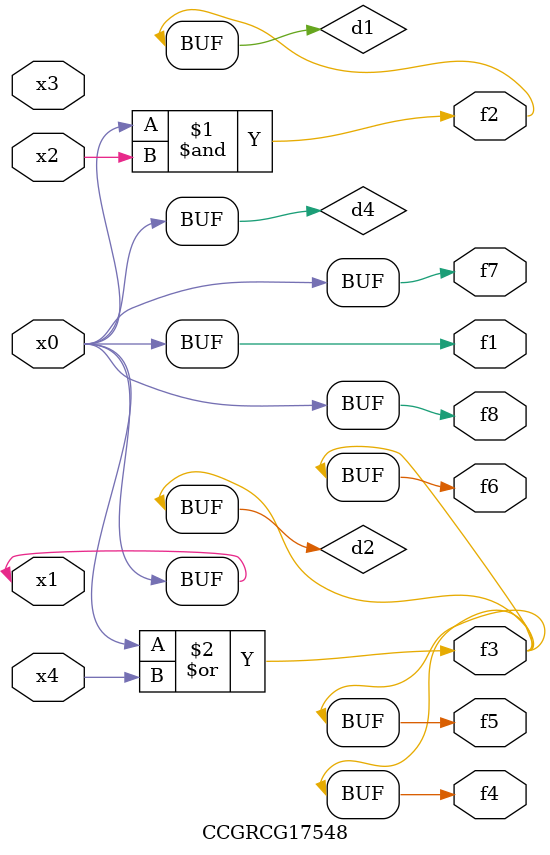
<source format=v>
module CCGRCG17548(
	input x0, x1, x2, x3, x4,
	output f1, f2, f3, f4, f5, f6, f7, f8
);

	wire d1, d2, d3, d4;

	and (d1, x0, x2);
	or (d2, x0, x4);
	nand (d3, x0, x2);
	buf (d4, x0, x1);
	assign f1 = d4;
	assign f2 = d1;
	assign f3 = d2;
	assign f4 = d2;
	assign f5 = d2;
	assign f6 = d2;
	assign f7 = d4;
	assign f8 = d4;
endmodule

</source>
